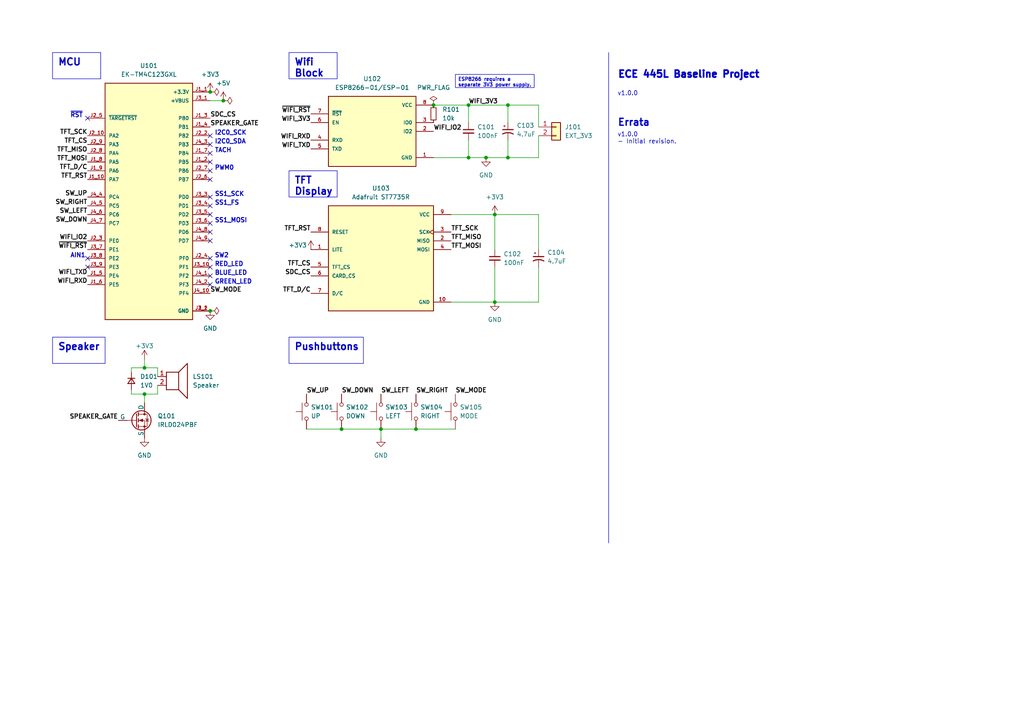
<source format=kicad_sch>
(kicad_sch (version 20230121) (generator eeschema)
  (paper "A4")
  (title_block (title "ECE 445L Baseline Project") (date "2023-12-11") (rev "v1.0.0") (company "The University of Texas at Austin"))
  (lib_symbols
    (symbol "Connector_Generic:Conn_01x02" (pin_names (offset 1.016) hide)
      (property "Reference" "J" (at 0 2.54 0))
      (property "Value" "Conn_01x02" (at 0 -5.08 0))
      (symbol "Conn_01x02_1_1"
        (rectangle (start -1.27 -2.413) (end 0 -2.667) (stroke (width 0.1524)))
        (rectangle (start -1.27 0.127) (end 0 -0.127) (stroke (width 0.1524)))
        (rectangle (start -1.27 1.27) (end 1.27 -3.81) (stroke (width 0.254)) (fill (type background)))
        (pin passive line (at -5.08 0 0) (length 3.81) (name "Pin_1") (number "1"))
        (pin passive line (at -5.08 -2.54 0) (length 3.81) (name "Pin_2") (number "2"))
      )
    )
    (symbol "Device:C_Polarized_Small_US" (pin_numbers hide) (pin_names (offset 0.254) hide)
      (property "Reference" "C" (at 0.254 1.778 0))
      (property "Value" "C_Polarized_Small_US" (at 0.254 -2.032 0))
      (symbol "C_Polarized_Small_US_0_1"
        (polyline (pts (xy -1.524 0.508) (xy 1.524 0.508)) (stroke (width 0.3048)))
        (polyline (pts (xy -1.27 1.524) (xy -0.762 1.524)))
        (polyline (pts (xy -1.016 1.27) (xy -1.016 1.778)))
        (arc (start 1.524 -0.762) (mid 0 -0.3734) (end -1.524 -0.762) (stroke (width 0.3048)))
      )
      (symbol "C_Polarized_Small_US_1_1"
        (pin passive line (at 0 2.54 270) (length 2.032) (name "~") (number "1"))
        (pin passive line (at 0 -2.54 90) (length 2.032) (name "~") (number "2"))
      )
    )
    (symbol "Device:C_Small" (pin_numbers hide) (pin_names (offset 0.254) hide)
      (property "Reference" "C" (at 0.254 1.778 0))
      (property "Value" "C_Small" (at 0.254 -2.032 0))
      (symbol "C_Small_0_1"
        (polyline (pts (xy -1.524 -0.508) (xy 1.524 -0.508)) (stroke (width 0.3302)))
        (polyline (pts (xy -1.524 0.508) (xy 1.524 0.508)) (stroke (width 0.3048)))
      )
      (symbol "C_Small_1_1"
        (pin passive line (at 0 2.54 270) (length 2.032) (name "~") (number "1"))
        (pin passive line (at 0 -2.54 90) (length 2.032) (name "~") (number "2"))
      )
    )
    (symbol "Device:D_Small" (pin_numbers hide) (pin_names (offset 0.254) hide)
      (property "Reference" "D" (at -1.27 2.032 0))
      (property "Value" "D_Small" (at -3.81 -2.032 0))
      (symbol "D_Small_0_1"
        (polyline (pts (xy -0.762 -1.016) (xy -0.762 1.016)) (stroke (width 0.254)))
        (polyline (pts (xy -0.762 0) (xy 0.762 0)))
        (polyline (pts (xy 0.762 -1.016) (xy -0.762 0) (xy 0.762 1.016) (xy 0.762 -1.016)) (stroke (width 0.254)))
      )
      (symbol "D_Small_1_1"
        (pin passive line (at -2.54 0 0) (length 1.778) (name "K") (number "1"))
        (pin passive line (at 2.54 0 180) (length 1.778) (name "A") (number "2"))
      )
    )
    (symbol "Device:R_Small" (pin_numbers hide) (pin_names (offset 0.254) hide)
      (property "Reference" "R" (at 0.762 0.508 0))
      (property "Value" "R_Small" (at 0.762 -1.016 0))
      (symbol "R_Small_0_1"
        (rectangle (start -0.762 1.778) (end 0.762 -1.778) (stroke (width 0.2032)))
      )
      (symbol "R_Small_1_1"
        (pin passive line (at 0 2.54 270) (length 0.762) (name "~") (number "1"))
        (pin passive line (at 0 -2.54 90) (length 0.762) (name "~") (number "2"))
      )
    )
    (symbol "Device:Speaker" (pin_names (offset 0) hide)
      (property "Reference" "LS" (at 1.27 5.715 0))
      (property "Value" "Speaker" (at 1.27 3.81 0))
      (symbol "Speaker_0_0"
        (rectangle (start -2.54 1.27) (end 1.016 -3.81) (stroke (width 0.254)))
        (polyline (pts (xy 1.016 1.27) (xy 3.556 3.81) (xy 3.556 -6.35) (xy 1.016 -3.81)) (stroke (width 0.254)))
      )
      (symbol "Speaker_1_1"
        (pin input line (at -5.08 0 0) (length 2.54) (name "1") (number "1"))
        (pin input line (at -5.08 -2.54 0) (length 2.54) (name "2") (number "2"))
      )
    )
    (symbol "Simulation_SPICE:NMOS" (pin_numbers hide) (pin_names (offset 0))
      (property "Reference" "Q" (at 5.08 1.27 0))
      (property "Value" "NMOS" (at 5.08 -1.27 0))
      (symbol "NMOS_0_1"
        (polyline (pts (xy 0.254 0) (xy -2.54 0)))
        (polyline (pts (xy 0.254 1.905) (xy 0.254 -1.905)) (stroke (width 0.254)))
        (polyline (pts (xy 0.762 -1.27) (xy 0.762 -2.286)) (stroke (width 0.254)))
        (polyline (pts (xy 0.762 0.508) (xy 0.762 -0.508)) (stroke (width 0.254)))
        (polyline (pts (xy 0.762 2.286) (xy 0.762 1.27)) (stroke (width 0.254)))
        (polyline (pts (xy 2.54 2.54) (xy 2.54 1.778)))
        (polyline (pts (xy 2.54 -2.54) (xy 2.54 0) (xy 0.762 0)))
        (polyline (pts (xy 0.762 -1.778) (xy 3.302 -1.778) (xy 3.302 1.778) (xy 0.762 1.778)))
        (polyline (pts (xy 1.016 0) (xy 2.032 0.381) (xy 2.032 -0.381) (xy 1.016 0)) (fill (type outline)))
        (polyline (pts (xy 2.794 0.508) (xy 2.921 0.381) (xy 3.683 0.381) (xy 3.81 0.254)))
        (polyline (pts (xy 3.302 0.381) (xy 2.921 -0.254) (xy 3.683 -0.254) (xy 3.302 0.381)))
        (circle (center 1.651 0) (radius 2.794) (stroke (width 0.254)))
        (circle (center 2.54 -1.778) (radius 0.254) (fill (type outline)))
        (circle (center 2.54 1.778) (radius 0.254) (fill (type outline)))
      )
      (symbol "NMOS_1_1"
        (pin passive line (at 2.54 5.08 270) (length 2.54) (name "D") (number "1"))
        (pin input line (at -5.08 0 0) (length 2.54) (name "G") (number "2"))
        (pin passive line (at 2.54 -5.08 90) (length 2.54) (name "S") (number "3"))
      )
    )
    (symbol "Switch:SW_Push" (pin_numbers hide) (pin_names (offset 1.016) hide)
      (property "Reference" "SW" (at 1.27 2.54 0))
      (property "Value" "SW_Push" (at 0 -1.524 0))
      (symbol "SW_Push_0_1"
        (circle (center -2.032 0) (radius 0.508))
        (polyline (pts (xy 0 1.27) (xy 0 3.048)))
        (polyline (pts (xy 2.54 1.27) (xy -2.54 1.27)))
        (circle (center 2.032 0) (radius 0.508))
        (pin passive line (at -5.08 0 0) (length 2.54) (name "1") (number "1"))
        (pin passive line (at 5.08 0 180) (length 2.54) (name "2") (number "2"))
      )
    )
    (symbol "adafruit_st7735r:Adafruit ST7735R" (pin_names (offset 1.016))
      (property "Reference" "U?" (at -15.24 16.002 0))
      (property "Value" "Adafruit ST7735R" (at -15.24 -17.78 0))
      (symbol "Adafruit ST7735R_0_0"
        (rectangle (start -15.24 -15.24) (end 15.24 15.24) (stroke (width 0.254)) (fill (type background)))
        (pin input line (at -20.32 2.54 0) (length 5.08) (name "LITE") (number "1"))
        (pin power_in line (at 20.32 -12.7 180) (length 5.08) (name "GND") (number "10"))
        (pin output line (at 20.32 5.08 180) (length 5.08) (name "MISO") (number "2"))
        (pin input clock (at 20.32 7.62 180) (length 5.08) (name "SCK") (number "3"))
        (pin input line (at 20.32 2.54 180) (length 5.08) (name "MOSI") (number "4"))
        (pin input line (at -20.32 -2.54 0) (length 5.08) (name "TFT_CS") (number "5"))
        (pin input line (at -20.32 -5.08 0) (length 5.08) (name "CARD_CS") (number "6"))
        (pin input line (at -20.32 -10.16 0) (length 5.08) (name "D/C") (number "7"))
        (pin input line (at -20.32 7.62 0) (length 5.08) (name "RESET") (number "8"))
        (pin power_in line (at 20.32 12.7 180) (length 5.08) (name "VCC") (number "9"))
      )
    )
    (symbol "ai_thinker_ESP8266_01:ESP8266-01/ESP-01" (pin_names (offset 1.016))
      (property "Reference" "U" (at -12.7094 10.6778 0))
      (property "Value" "ESP8266-01{slash}ESP-01" (at -12.7131 -12.7131 0))
      (symbol "ESP8266-01/ESP-01_0_0"
        (rectangle (start -12.7 -10.16) (end 12.7 10.16) (stroke (width 0.254)) (fill (type background)))
        (pin power_in line (at 17.78 -7.62 180) (length 5.08) (name "GND") (number "1"))
        (pin bidirectional line (at 17.78 0 180) (length 5.08) (name "IO2") (number "2"))
        (pin bidirectional line (at 17.78 2.54 180) (length 5.08) (name "IO0") (number "3"))
        (pin input line (at -17.78 -2.54 0) (length 5.08) (name "RXD") (number "4"))
        (pin output line (at -17.78 -5.08 0) (length 5.08) (name "TXD") (number "5"))
        (pin input line (at -17.78 2.54 0) (length 5.08) (name "EN") (number "6"))
        (pin input line (at -17.78 5.08 0) (length 5.08) (name "~{RST}") (number "7"))
        (pin power_in line (at 17.78 7.62 180) (length 5.08) (name "VCC") (number "8"))
      )
    )
    (symbol "power:+3V3" (power) (pin_names (offset 0))
      (property "Value" "+3V3" (at 0 3.556 0))
      (symbol "+3V3_0_1"
        (polyline (pts (xy -0.762 1.27) (xy 0 2.54)))
        (polyline (pts (xy 0 0) (xy 0 2.54)))
        (polyline (pts (xy 0 2.54) (xy 0.762 1.27)))
      )
      (symbol "+3V3_1_1"
        (pin power_in line (at 0 0 90) (length 0) hide (name "+3V3") (number "1"))
      )
    )
    (symbol "power:+5V" (power) (pin_names (offset 0))
      (property "Value" "+5V" (at 0 3.556 0))
      (symbol "+5V_0_1"
        (polyline (pts (xy -0.762 1.27) (xy 0 2.54)))
        (polyline (pts (xy 0 0) (xy 0 2.54)))
        (polyline (pts (xy 0 2.54) (xy 0.762 1.27)))
      )
      (symbol "+5V_1_1"
        (pin power_in line (at 0 0 90) (length 0) hide (name "+5V") (number "1"))
      )
    )
    (symbol "power:GND" (power) (pin_names (offset 0))
      (property "Value" "GND" (at 0 -3.81 0))
      (symbol "GND_0_1"
        (polyline (pts (xy 0 0) (xy 0 -1.27) (xy 1.27 -1.27) (xy 0 -2.54) (xy -1.27 -1.27) (xy 0 -1.27)))
      )
      (symbol "GND_1_1"
        (pin power_in line (at 0 0 270) (length 0) hide (name "GND") (number "1"))
      )
    )
    (symbol "power:PWR_FLAG" (power) (pin_numbers hide) (pin_names (offset 0) hide)
      (property "Value" "PWR_FLAG" (at 0 3.81 0))
      (symbol "PWR_FLAG_0_0"
        (pin power_out line (at 0 0 90) (length 0) (name "pwr") (number "1"))
      )
      (symbol "PWR_FLAG_0_1"
        (polyline (pts (xy 0 0) (xy 0 1.27) (xy -1.016 1.905) (xy 0 2.54) (xy 1.016 1.905) (xy 0 1.27)))
      )
    )
    (symbol "ti_EKTM4C123GXL:EK-TM4C123GXL" (pin_names (offset 1.016))
      (property "Reference" "U?" (at -12.7367 34.3099 0))
      (property "Value" "EK-TM4C123GXL" (at -12.7129 -38.1075 0))
      (symbol "EK-TM4C123GXL_0_0"
        (rectangle (start -12.7 -35.56) (end 12.7 33.02) (stroke (width 0.254)) (fill (type background)))
        (pin power_in line (at 17.78 30.48 180) (length 5.08) (name "+3.3V") (number "J1_1"))
        (pin bidirectional line (at -17.78 5.08 0) (length 5.08) (name "PA7") (number "J1_10"))
        (pin bidirectional line (at 17.78 10.16 180) (length 5.08) (name "PB5") (number "J1_2"))
        (pin bidirectional line (at 17.78 22.86 180) (length 5.08) (name "PB0") (number "J1_3"))
        (pin bidirectional line (at 17.78 20.32 180) (length 5.08) (name "PB1") (number "J1_4"))
        (pin bidirectional line (at -17.78 -22.86 0) (length 5.08) (name "PE4") (number "J1_5"))
        (pin bidirectional line (at -17.78 -25.4 0) (length 5.08) (name "PE5") (number "J1_6"))
        (pin bidirectional line (at 17.78 12.7 180) (length 5.08) (name "PB4") (number "J1_7"))
        (pin bidirectional line (at -17.78 10.16 0) (length 5.08) (name "PA5") (number "J1_8"))
        (pin bidirectional line (at -17.78 7.62 0) (length 5.08) (name "PA6") (number "J1_9"))
        (pin power_in line (at 17.78 -33.02 180) (length 5.08) (name "GND") (number "J2_1"))
        (pin bidirectional line (at -17.78 17.78 0) (length 5.08) (name "PA2") (number "J2_10"))
        (pin bidirectional line (at 17.78 17.78 180) (length 5.08) (name "PB2") (number "J2_2"))
        (pin bidirectional line (at -17.78 -12.7 0) (length 5.08) (name "PE0") (number "J2_3"))
        (pin bidirectional line (at 17.78 -17.78 180) (length 5.08) (name "PF0") (number "J2_4"))
        (pin input line (at -17.78 22.86 0) (length 5.08) (name "~{TARGETRST}") (number "J2_5"))
        (pin bidirectional line (at 17.78 5.08 180) (length 5.08) (name "PB7") (number "J2_6"))
        (pin bidirectional line (at 17.78 7.62 180) (length 5.08) (name "PB6") (number "J2_7"))
        (pin bidirectional line (at -17.78 12.7 0) (length 5.08) (name "PA4") (number "J2_8"))
        (pin bidirectional line (at -17.78 15.24 0) (length 5.08) (name "PA3") (number "J2_9"))
        (pin power_in line (at 17.78 27.94 180) (length 5.08) (name "+VBUS") (number "J3_1"))
        (pin bidirectional line (at 17.78 -20.32 180) (length 5.08) (name "PF1") (number "J3_10"))
        (pin power_in line (at 17.78 -33.02 180) (length 5.08) (name "GND") (number "J3_2"))
        (pin bidirectional line (at 17.78 0 180) (length 5.08) (name "PD0") (number "J3_3"))
        (pin bidirectional line (at 17.78 -2.54 180) (length 5.08) (name "PD1") (number "J3_4"))
        (pin bidirectional line (at 17.78 -5.08 180) (length 5.08) (name "PD2") (number "J3_5"))
        (pin bidirectional line (at 17.78 -7.62 180) (length 5.08) (name "PD3") (number "J3_6"))
        (pin bidirectional line (at -17.78 -15.24 0) (length 5.08) (name "PE1") (number "J3_7"))
        (pin bidirectional line (at -17.78 -17.78 0) (length 5.08) (name "PE2") (number "J3_8"))
        (pin bidirectional line (at -17.78 -20.32 0) (length 5.08) (name "PE3") (number "J3_9"))
        (pin bidirectional line (at 17.78 -22.86 180) (length 5.08) (name "PF2") (number "J4_1"))
        (pin bidirectional line (at 17.78 -27.94 180) (length 5.08) (name "PF4") (number "J4_10"))
        (pin bidirectional line (at 17.78 -25.4 180) (length 5.08) (name "PF3") (number "J4_2"))
        (pin bidirectional line (at 17.78 15.24 180) (length 5.08) (name "PB3") (number "J4_3"))
        (pin bidirectional line (at -17.78 0 0) (length 5.08) (name "PC4") (number "J4_4"))
        (pin bidirectional line (at -17.78 -2.54 0) (length 5.08) (name "PC5") (number "J4_5"))
        (pin bidirectional line (at -17.78 -5.08 0) (length 5.08) (name "PC6") (number "J4_6"))
        (pin bidirectional line (at -17.78 -7.62 0) (length 5.08) (name "PC7") (number "J4_7"))
        (pin bidirectional line (at 17.78 -10.16 180) (length 5.08) (name "PD6") (number "J4_8"))
        (pin bidirectional line (at 17.78 -12.7 180) (length 5.08) (name "PD7") (number "J4_9"))
      )
    )
  )
  (junction (at 60.96 26.67))
  (junction (at 147.32 45.72))
  (junction (at 110.49 124.46))
  (junction (at 143.51 87.63))
  (junction (at 41.91 106.68))
  (junction (at 135.89 30.48))
  (junction (at 147.32 30.48))
  (junction (at 135.89 45.72))
  (junction (at 60.96 90.17))
  (junction (at 143.51 62.23))
  (junction (at 125.73 30.48))
  (junction (at 41.91 114.3))
  (junction (at 140.97 45.72))
  (junction (at 99.06 124.46))
  (junction (at 120.65 124.46))
  (junction (at 64.77 29.21))
  (no_connect (at 60.96 49.53))
  (no_connect (at 60.96 80.01))
  (no_connect (at 60.96 64.77))
  (no_connect (at 60.96 57.15))
  (no_connect (at 25.4 77.47))
  (no_connect (at 25.4 74.93))
  (no_connect (at 60.96 82.55))
  (no_connect (at 60.96 39.37))
  (no_connect (at 60.96 44.45))
  (no_connect (at 25.4 34.29))
  (no_connect (at 60.96 46.99))
  (no_connect (at 60.96 77.47))
  (no_connect (at 60.96 41.91))
  (no_connect (at 60.96 74.93))
  (no_connect (at 60.96 62.23))
  (no_connect (at 60.96 69.85))
  (no_connect (at 60.96 59.69))
  (no_connect (at 60.96 67.31))
  (no_connect (at 60.96 52.07))
  (wire (pts (xy 125.73 30.48) (xy 135.89 30.48)))
  (wire (pts (xy 143.51 87.63) (xy 130.81 87.63)))
  (wire (pts (xy 156.21 87.63) (xy 143.51 87.63)))
  (wire (pts (xy 147.32 35.56) (xy 147.32 30.48)))
  (wire (pts (xy 110.49 124.46) (xy 110.49 127)))
  (wire (pts (xy 38.1 106.68) (xy 41.91 106.68)))
  (wire (pts (xy 135.89 40.64) (xy 135.89 45.72)))
  (wire (pts (xy 45.72 111.76) (xy 45.72 114.3)))
  (wire (pts (xy 88.9 124.46) (xy 99.06 124.46)))
  (wire (pts (xy 140.97 45.72) (xy 147.32 45.72)))
  (wire (pts (xy 41.91 104.14) (xy 41.91 106.68)))
  (wire (pts (xy 156.21 62.23) (xy 143.51 62.23)))
  (wire (pts (xy 135.89 30.48) (xy 135.89 35.56)))
  (wire (pts (xy 38.1 106.68) (xy 38.1 107.95)))
  (wire (pts (xy 156.21 45.72) (xy 147.32 45.72)))
  (wire (pts (xy 143.51 77.47) (xy 143.51 87.63)))
  (wire (pts (xy 38.1 114.3) (xy 41.91 114.3)))
  (wire (pts (xy 135.89 45.72) (xy 140.97 45.72)))
  (wire (pts (xy 143.51 62.23) (xy 143.51 72.39)))
  (wire (pts (xy 156.21 77.47) (xy 156.21 87.63)))
  (wire (pts (xy 99.06 124.46) (xy 110.49 124.46)))
  (wire (pts (xy 41.91 114.3) (xy 45.72 114.3)))
  (wire (pts (xy 60.96 29.21) (xy 64.77 29.21)))
  (polyline (pts (xy 176.53 15.24) (xy 176.53 157.48)))
  (wire (pts (xy 120.65 124.46) (xy 132.08 124.46)))
  (wire (pts (xy 156.21 39.37) (xy 156.21 45.72)))
  (wire (pts (xy 41.91 116.84) (xy 41.91 114.3)))
  (wire (pts (xy 110.49 124.46) (xy 120.65 124.46)))
  (wire (pts (xy 45.72 106.68) (xy 45.72 109.22)))
  (wire (pts (xy 135.89 30.48) (xy 147.32 30.48)))
  (wire (pts (xy 147.32 40.64) (xy 147.32 45.72)))
  (wire (pts (xy 156.21 30.48) (xy 156.21 36.83)))
  (wire (pts (xy 41.91 106.68) (xy 45.72 106.68)))
  (wire (pts (xy 147.32 30.48) (xy 156.21 30.48)))
  (wire (pts (xy 125.73 45.72) (xy 135.89 45.72)))
  (wire (pts (xy 156.21 72.39) (xy 156.21 62.23)))
  (wire (pts (xy 130.81 62.23) (xy 143.51 62.23)))
  (wire (pts (xy 38.1 114.3) (xy 38.1 113.03)))
  (text_box "MCU" (at 15.24 15.24 0) (size 13.97 7.62) (effects (font (size 2 2) (thickness 0.4) bold) (justify left top)))
  (text_box "ESP8266 requires a separate 3V3 power supply." (at 132.08 21.59 0) (size 22.86 3.81) (effects (font (size 1 1) bold) (justify left top)))
  (text_box "Speaker" (at 15.24 97.79 0) (size 15.24 7.62) (effects (font (size 2 2) (thickness 0.4) bold) (justify left top)))
  (text_box "Pushbuttons" (at 83.82 97.79 0) (size 21.59 7.62) (effects (font (size 2 2) (thickness 0.4) bold) (justify left top)))
  (text_box "TFT Display" (at 83.82 49.53 0) (size 13.97 7.62) (effects (font (size 2 2) (thickness 0.4) bold) (justify left top)))
  (text_box "Wifi Block" (at 83.82 15.24 0) (size 13.97 7.62) (effects (font (size 2 2) (thickness 0.4) bold) (justify left top)))
  (text "SS1_FS" (at 62.23 59.69 0) (effects (font (size 1.27 1.27) bold) (justify left bottom)))
  (text "SS1_MOSI" (at 62.23 64.77 0) (effects (font (size 1.27 1.27) bold) (justify left bottom)))
  (text "I2C0_SCK" (at 62.23 39.37 0) (effects (font (size 1.27 1.27) bold) (justify left bottom)))
  (text "v1.0.0\n- Initial revision." (at 179.07 41.91 0) (effects (font (size 1.27 1.27)) (justify left bottom)))
  (text "~{RST}" (at 20.32 34.29 0) (effects (font (size 1.27 1.27) bold) (justify left bottom)))
  (text "PWM0" (at 62.23 49.53 0) (effects (font (size 1.27 1.27) bold) (justify left bottom)))
  (text "TACH" (at 62.23 44.45 0) (effects (font (size 1.27 1.27) bold) (justify left bottom)))
  (text "AIN1" (at 20.32 74.93 0) (effects (font (size 1.27 1.27) bold) (justify left bottom)))
  (text "ECE 445L Baseline Project" (at 179.07 22.86 0) (effects (font (size 2 2) (thickness 0.6) bold) (justify left bottom)))
  (text "v1.0.0" (at 179.07 27.94 0) (effects (font (size 1.27 1.27)) (justify left bottom)))
  (text "Errata" (at 179.07 36.83 0) (effects (font (size 2 2) (thickness 0.4) bold) (justify left bottom)))
  (text "BLUE_LED" (at 62.23 80.01 0) (effects (font (size 1.27 1.27) bold) (justify left bottom)))
  (text "I2C0_SDA" (at 62.23 41.91 0) (effects (font (size 1.27 1.27) bold) (justify left bottom)))
  (text "SS1_SCK" (at 62.23 57.15 0) (effects (font (size 1.27 1.27) bold) (justify left bottom)))
  (text "RED_LED" (at 62.23 77.47 0) (effects (font (size 1.27 1.27) bold) (justify left bottom)))
  (text "SW2" (at 62.23 74.93 0) (effects (font (size 1.27 1.27) bold) (justify left bottom)))
  (text "GREEN_LED" (at 62.23 82.55 0) (effects (font (size 1.27 1.27) bold) (justify left bottom)))
  (label "~{WIFI_RST}" (at 90.17 33.02 180) (effects (font bold)))
  (label "SDC_CS" (at 60.96 34.29 0) (effects (font bold)))
  (label "TFT_SCK" (at 25.4 39.37 180) (effects (font bold)))
  (label "SPEAKER_GATE" (at 60.96 36.83 0) (effects (font bold)))
  (label "TFT_CS" (at 90.17 77.47 180) (effects (font bold)))
  (label "SW_RIGHT" (at 25.4 59.69 180) (effects (font bold)))
  (label "SW_MODE" (at 60.96 85.09 0) (effects (font bold)))
  (label "SDC_CS" (at 90.17 80.01 180) (effects (font bold)))
  (label "SW_LEFT" (at 25.4 62.23 180) (effects (font bold)))
  (label "WIFI_IO2" (at 25.4 69.85 180) (effects (font bold)))
  (label "SW_MODE" (at 132.08 114.3 0) (effects (font bold)))
  (label "TFT_MISO" (at 130.81 69.85 0) (effects (font bold)))
  (label "SPEAKER_GATE" (at 34.29 121.92 180) (effects (font bold)))
  (label "SW_RIGHT" (at 120.65 114.3 0) (effects (font bold)))
  (label "WIFI_RXD" (at 25.4 82.55 180) (effects (font bold)))
  (label "TFT_SCK" (at 130.81 67.31 0) (effects (font bold)))
  (label "TFT_MOSI" (at 130.81 72.39 0) (effects (font bold)))
  (label "WIFI_TXD" (at 25.4 80.01 180) (effects (font bold)))
  (label "~{WIFI_RST}" (at 25.4 72.39 180) (effects (font bold)))
  (label "WIFI_RXD" (at 90.17 40.64 180) (effects (font bold)))
  (label "TFT_D{slash}C" (at 25.4 49.53 180) (effects (font bold)))
  (label "WIFI_3V3" (at 135.89 30.48 0) (effects (font bold)))
  (label "TFT_RST" (at 90.17 67.31 180) (effects (font bold)))
  (label "WIFI_3V3" (at 90.17 35.56 180) (effects (font bold)))
  (label "SW_LEFT" (at 110.49 114.3 0) (effects (font bold)))
  (label "TFT_MOSI" (at 25.4 46.99 180) (effects (font bold)))
  (label "SW_DOWN" (at 99.06 114.3 0) (effects (font bold)))
  (label "WIFI_TXD" (at 90.17 43.18 180) (effects (font bold)))
  (label "WIFI_IO2" (at 125.73 38.1 0) (effects (font bold)))
  (label "TFT_MISO" (at 25.4 44.45 180) (effects (font bold)))
  (label "SW_DOWN" (at 25.4 64.77 180) (effects (font bold)))
  (label "TFT_RST" (at 25.4 52.07 180) (effects (font bold)))
  (label "TFT_D{slash}C" (at 90.17 85.09 180) (effects (font bold)))
  (label "SW_UP" (at 88.9 114.3 0) (effects (font bold)))
  (label "SW_UP" (at 25.4 57.15 180) (effects (font bold)))
  (label "TFT_CS" (at 25.4 41.91 180) (effects (font bold)))
  (symbol (lib_id "power:+3V3") (at 143.51 62.23 0) (unit 1)
    (property "Reference" "#PWR0109" (effects hide))
    (property "Value" "+3V3" (at 143.51 57.15 0))
  )
  (symbol (lib_id "power:PWR_FLAG") (at 60.96 90.17 270) (unit 1)
    (property "Reference" "#FLG0102" (effects hide))
    (property "Value" "PWR_FLAG" (effects hide))
  )
  (symbol (lib_id "Device:D_Small") (at 38.1 110.49 270) (unit 1)
    (property "Reference" "D101" (at 40.64 109.22 90) (effects (justify left)))
    (property "Value" "1V0" (at 40.64 111.76 90) (effects (justify left)))
    (property "Footprint" "Diode_THT:D_5W_P12.70mm_Horizontal" (effects hide))
    (property "Cost" "0.10 " (effects hide))
    (property "Distributor" "Mouser" (effects hide))
    (property "Manufacturer" "onsemi" (effects hide))
    (property "P/N" "1N914 " (effects hide))
    (property "Sim.Device" "D" (effects hide))
    (property "Sim.Pins" "1=K 2=A" (effects hide))
  )
  (symbol (lib_id "ti_EKTM4C123GXL:EK-TM4C123GXL") (at 43.18 57.15 0) (unit 1)
    (property "Reference" "U101" (at 43.18 19.05 0))
    (property "Value" "EK-TM4C123GXL" (at 43.18 21.59 0))
    (property "Footprint" "footprints:ti_EKTM4C123GXL" (effects hide))
    (property "Datasheet" "https://www.ti.com/lit/ds/symlink/tm4c123gh6pm.pdf?ts=1693244962384&ref_url=https%253A%252F%252Fwww.google.com%252F" (effects hide))
    (property "Distributor" "Mouser" (effects hide))
    (property "Manufacturer" "Texas Instruments" (effects hide))
    (property "P/N" "EK-TM4C123GXL" (effects hide))
    (property "Cost" "22.60" (effects hide))
  )
  (symbol (lib_id "Simulation_SPICE:NMOS") (at 39.37 121.92 0) (unit 1)
    (property "Reference" "Q101" (at 45.72 120.65 0) (effects (justify left)))
    (property "Value" "IRLD024PBF" (at 45.72 123.19 0) (effects (justify left)))
    (property "Footprint" "footprints:vishay_IRLD024PBF" (effects hide))
    (property "Datasheet" "https://www.vishay.com/doc?91308" (effects hide))
    (property "Cost" "1.67" (effects hide))
    (property "Distributor" "Mouser" (effects hide))
    (property "Manufacturer" "Vishay" (effects hide))
    (property "P/N" "IRLD024PBF" (effects hide))
  )
  (symbol (lib_id "Device:C_Small") (at 143.51 74.93 0) (unit 1)
    (property "Reference" "C102" (at 146.05 73.6663 0) (effects (justify left)))
    (property "Value" "100nF" (at 146.05 76.2063 0) (effects (justify left)))
    (property "Footprint" "Capacitor_THT:C_Axial_L5.1mm_D3.1mm_P15.00mm_Horizontal" (effects hide))
  )
  (symbol (lib_id "power:PWR_FLAG") (at 64.77 29.21 270) (unit 1)
    (property "Reference" "#FLG0103" (effects hide))
    (property "Value" "PWR_FLAG" (effects hide))
  )
  (symbol (lib_id "Switch:SW_Push") (at 88.9 119.38 90) (unit 1)
    (property "Reference" "SW101" (at 90.17 118.11 90) (effects (justify right)))
    (property "Value" "UP" (at 90.17 120.65 90) (effects (justify right)))
    (property "Footprint" "Button_Switch_THT:SW_PUSH_6mm" (effects hide))
  )
  (symbol (lib_id "Connector_Generic:Conn_01x02") (at 161.29 36.83 0) (unit 1)
    (property "Reference" "J101" (at 163.83 36.83 0) (effects (justify left)))
    (property "Value" "EXT_3V3" (at 163.83 39.37 0) (effects (justify left)))
    (property "Footprint" "Connector_Samtec_HPM_THT:Samtec_HPM-02-01-x-S_Straight_1x02_Pitch5.08mm" (effects hide))
  )
  (symbol (lib_id "Device:C_Polarized_Small_US") (at 147.32 38.1 0) (unit 1)
    (property "Reference" "C103" (at 149.86 36.3982 0) (effects (justify left)))
    (property "Value" "4.7uF" (at 149.86 38.9382 0) (effects (justify left)))
    (property "Footprint" "Capacitor_THT:CP_Axial_L10.0mm_D4.5mm_P15.00mm_Horizontal" (effects hide))
  )
  (symbol (lib_id "adafruit_st7735r:Adafruit ST7735R") (at 110.49 74.93 0) (unit 1)
    (property "Reference" "U103" (at 110.49 54.61 0))
    (property "Value" "Adafruit ST7735R" (at 110.49 57.15 0))
    (property "Footprint" "footprints:adafruit_st7735r" (effects hide))
    (property "Datasheet" "https://www.mouser.com/datasheet/2/737/ST7735R_V0_2-2489618.pdf" (effects hide))
    (property "Distributor" "Mouser" (effects hide))
    (property "Manufacturer" "Adafruit" (effects hide))
    (property "P/N" "358" (effects hide))
    (property "Cost" "19.95" (effects hide))
  )
  (symbol (lib_id "power:+5V") (at 64.77 29.21 0) (unit 1)
    (property "Reference" "#PWR0105" (effects hide))
    (property "Value" "+5V" (at 64.77 24.13 0))
  )
  (symbol (lib_id "power:GND") (at 110.49 127 0) (unit 1)
    (property "Reference" "#PWR0107" (effects hide))
    (property "Value" "GND" (at 110.49 132.08 0))
  )
  (symbol (lib_id "ai_thinker_ESP8266_01:ESP8266-01/ESP-01") (at 107.95 38.1 0) (unit 1)
    (property "Reference" "U102" (at 107.95 22.86 0))
    (property "Value" "ESP8266-01/ESP-01" (at 107.95 25.4 0))
    (property "Footprint" "footprints:ai_thinker_ESP8266_01" (effects hide))
    (property "Datasheet" "https://nurdspace.nl/ESP8266" (effects hide))
    (property "Distributor" "Mouser" (effects hide))
    (property "Manufacturer" "SparkFun" (effects hide))
    (property "P/N" "WRL-17146" (effects hide))
    (property "Cost" "7.50" (effects hide))
  )
  (symbol (lib_id "Device:C_Small") (at 135.89 38.1 0) (unit 1)
    (property "Reference" "C101" (at 138.43 36.8363 0) (effects (justify left)))
    (property "Value" "100nF" (at 138.43 39.3763 0) (effects (justify left)))
    (property "Footprint" "Capacitor_THT:C_Axial_L5.1mm_D3.1mm_P15.00mm_Horizontal" (effects hide))
  )
  (symbol (lib_id "power:GND") (at 143.51 87.63 0) (unit 1)
    (property "Reference" "#PWR0110" (effects hide))
    (property "Value" "GND" (at 143.51 92.71 0))
  )
  (symbol (lib_id "Device:R_Small") (at 125.73 33.02 0) (unit 1)
    (property "Reference" "R101" (at 128.27 31.75 0) (effects (justify left)))
    (property "Value" "10k" (at 128.27 34.29 0) (effects (justify left)))
    (property "Footprint" "Resistor_THT:R_Axial_DIN0411_L9.9mm_D3.6mm_P15.24mm_Horizontal" (effects hide))
  )
  (symbol (lib_id "Switch:SW_Push") (at 99.06 119.38 90) (unit 1)
    (property "Reference" "SW102" (at 100.33 118.11 90) (effects (justify right)))
    (property "Value" "DOWN" (at 100.33 120.65 90) (effects (justify right)))
    (property "Footprint" "Button_Switch_THT:SW_PUSH_6mm" (effects hide))
  )
  (symbol (lib_id "power:GND") (at 140.97 45.72 0) (unit 1)
    (property "Reference" "#PWR0108" (effects hide))
    (property "Value" "GND" (at 140.97 50.8 0))
  )
  (symbol (lib_id "Switch:SW_Push") (at 110.49 119.38 90) (unit 1)
    (property "Reference" "SW103" (at 111.76 118.11 90) (effects (justify right)))
    (property "Value" "LEFT" (at 111.76 120.65 90) (effects (justify right)))
    (property "Footprint" "Button_Switch_THT:SW_PUSH_6mm" (effects hide))
  )
  (symbol (lib_id "power:+3V3") (at 90.17 72.39 0) (unit 1)
    (property "Reference" "#PWR0106" (effects hide))
    (property "Value" "+3V3" (at 86.36 71.12 0))
  )
  (symbol (lib_id "Switch:SW_Push") (at 120.65 119.38 90) (unit 1)
    (property "Reference" "SW104" (at 121.92 118.11 90) (effects (justify right)))
    (property "Value" "RIGHT" (at 121.92 120.65 90) (effects (justify right)))
    (property "Footprint" "Button_Switch_THT:SW_PUSH_6mm" (effects hide))
  )
  (symbol (lib_id "power:+3V3") (at 60.96 26.67 0) (unit 1)
    (property "Reference" "#PWR0103" (effects hide))
    (property "Value" "+3V3" (at 60.96 21.59 0))
  )
  (symbol (lib_id "Device:C_Polarized_Small_US") (at 156.21 74.93 0) (unit 1)
    (property "Reference" "C104" (at 158.75 73.2282 0) (effects (justify left)))
    (property "Value" "4.7uF" (at 158.75 75.7682 0) (effects (justify left)))
    (property "Footprint" "Capacitor_THT:CP_Axial_L10.0mm_D4.5mm_P15.00mm_Horizontal" (effects hide))
  )
  (symbol (lib_id "Switch:SW_Push") (at 132.08 119.38 90) (unit 1)
    (property "Reference" "SW105" (at 133.35 118.11 90) (effects (justify right)))
    (property "Value" "MODE" (at 133.35 120.65 90) (effects (justify right)))
    (property "Footprint" "Button_Switch_THT:SW_PUSH_6mm" (effects hide))
  )
  (symbol (lib_id "power:GND") (at 41.91 127 0) (unit 1)
    (property "Reference" "#PWR0102" (effects hide))
    (property "Value" "GND" (at 41.91 132.08 0))
  )
  (symbol (lib_id "power:PWR_FLAG") (at 60.96 26.67 270) (unit 1)
    (property "Reference" "#FLG0101" (effects hide))
    (property "Value" "PWR_FLAG" (effects hide))
  )
  (symbol (lib_id "Device:Speaker") (at 50.8 109.22 0) (unit 1)
    (property "Reference" "LS101" (at 55.88 109.22 0) (effects (justify left)))
    (property "Value" "Speaker" (at 55.88 111.76 0) (effects (justify left)))
    (property "Footprint" "Connector_PinHeader_2.54mm:PinHeader_1x02_P2.54mm_Vertical" (effects hide))
  )
  (symbol (lib_id "power:PWR_FLAG") (at 125.73 30.48 0) (unit 1)
    (property "Reference" "#FLG0104" (effects hide))
    (property "Value" "PWR_FLAG" (at 125.73 25.4 0))
  )
  (symbol (lib_id "power:GND") (at 60.96 90.17 0) (unit 1)
    (property "Reference" "#PWR0104" (effects hide))
    (property "Value" "GND" (at 60.96 95.25 0))
  )
  (symbol (lib_id "power:+3V3") (at 41.91 104.14 0) (unit 1)
    (property "Reference" "#PWR0101" (effects hide))
    (property "Value" "+3V3" (at 41.91 100.33 0))
  )
)
</source>
